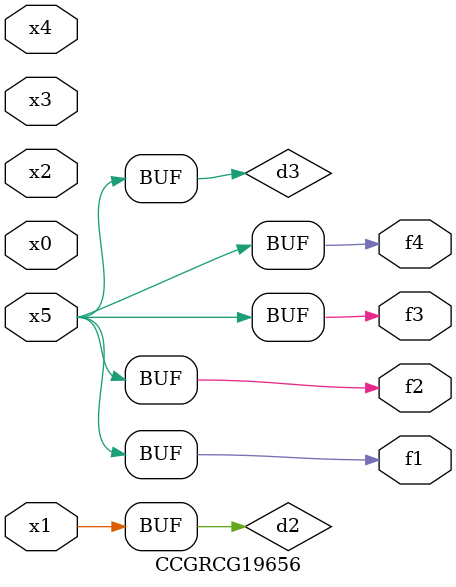
<source format=v>
module CCGRCG19656(
	input x0, x1, x2, x3, x4, x5,
	output f1, f2, f3, f4
);

	wire d1, d2, d3;

	not (d1, x5);
	or (d2, x1);
	xnor (d3, d1);
	assign f1 = d3;
	assign f2 = d3;
	assign f3 = d3;
	assign f4 = d3;
endmodule

</source>
